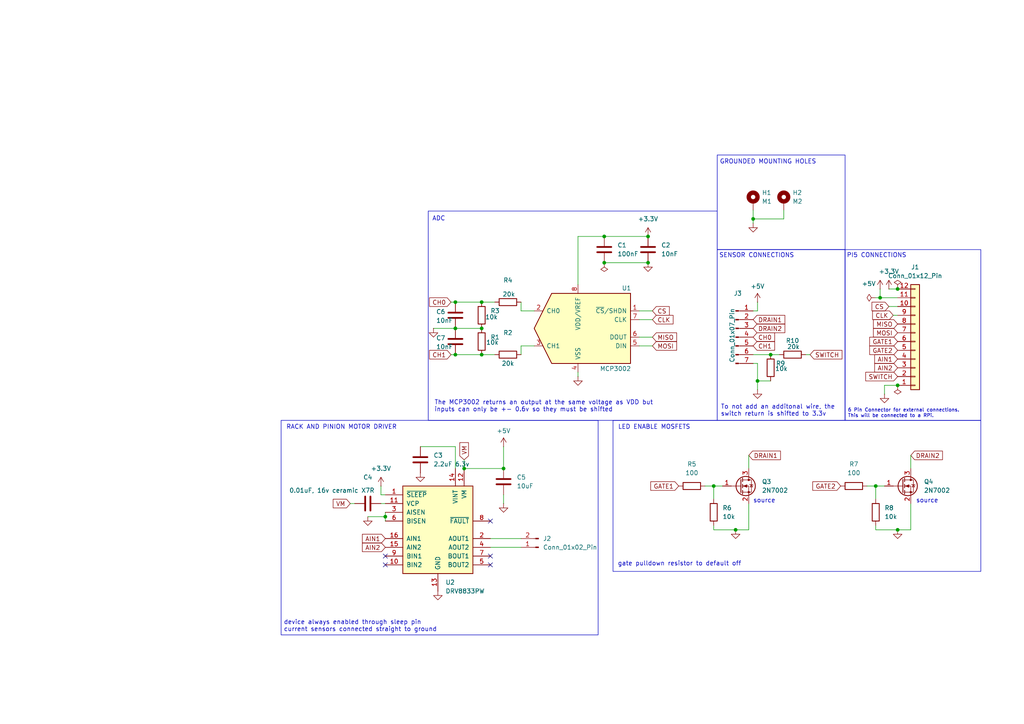
<source format=kicad_sch>
(kicad_sch (version 20250114) (generator "eeschema") (generator_version "9.99")
  (paper "A4")
  (lib_symbols
    (symbol "Analog_ADC:MCP3002" (pin_names (offset 1.016))
      (property "Reference" "U" (at -6.35 11.43 0))
      (property "Value" "MCP3002" (at 11.43 11.43 0))
      (symbol "MCP3002_0_1"
        (polyline (pts (xy 15.24 10.16) (xy -7.62 10.16) (xy -12.7 0) (xy -7.62 -10.16) (xy 15.24 -10.16) (xy 15.24 10.16)) (stroke (width 0.254)) (fill (type background)))
      )
      (symbol "MCP3002_1_1"
        (pin passive line (at -12.7 5.08 0) (length 2.54) (name "CH0") (number "2"))
        (pin passive line (at -12.7 -5.08 0) (length 2.54) (name "CH1") (number "3"))
        (pin power_in line (at 0 12.7 270) (length 2.54) (name "VDD/VREF") (number "8"))
        (pin power_in line (at 0 -12.7 90) (length 2.54) (name "VSS") (number "4"))
        (pin input line (at 17.78 5.08 180) (length 2.54) (name "~{CS}/SHDN") (number "1"))
        (pin input line (at 17.78 2.54 180) (length 2.54) (name "CLK") (number "7"))
        (pin output line (at 17.78 -2.54 180) (length 2.54) (name "DOUT") (number "6"))
        (pin input line (at 17.78 -5.08 180) (length 2.54) (name "DIN") (number "5"))
      )
    )
    (symbol "Connector:Conn_01x02_Pin" (pin_names (offset 1.016) (hide yes))
      (property "Reference" "J" (at 0 2.54 0))
      (property "Value" "Conn_01x02_Pin" (at 0 -5.08 0))
      (symbol "Conn_01x02_Pin_1_1"
        (rectangle (start 0.8636 0.127) (end 0 -0.127) (stroke (width 0.1524)) (fill (type outline)))
        (rectangle (start 0.8636 -2.413) (end 0 -2.667) (stroke (width 0.1524)) (fill (type outline)))
        (polyline (pts (xy 1.27 0) (xy 0.8636 0)) (stroke (width 0.1524)))
        (polyline (pts (xy 1.27 -2.54) (xy 0.8636 -2.54)) (stroke (width 0.1524)))
        (pin passive line (at 5.08 0 180) (length 3.81) (name "Pin_1") (number "1"))
        (pin passive line (at 5.08 -2.54 180) (length 3.81) (name "Pin_2") (number "2"))
      )
    )
    (symbol "Connector:Conn_01x07_Pin" (pin_names (offset 1.016) (hide yes))
      (property "Reference" "J" (at 0 10.16 0))
      (property "Value" "Conn_01x07_Pin" (at 0 -10.16 0))
      (symbol "Conn_01x07_Pin_1_1"
        (rectangle (start 0.8636 7.747) (end 0 7.493) (stroke (width 0.1524)) (fill (type outline)))
        (rectangle (start 0.8636 5.207) (end 0 4.953) (stroke (width 0.1524)) (fill (type outline)))
        (rectangle (start 0.8636 2.667) (end 0 2.413) (stroke (width 0.1524)) (fill (type outline)))
        (rectangle (start 0.8636 0.127) (end 0 -0.127) (stroke (width 0.1524)) (fill (type outline)))
        (rectangle (start 0.8636 -2.413) (end 0 -2.667) (stroke (width 0.1524)) (fill (type outline)))
        (rectangle (start 0.8636 -4.953) (end 0 -5.207) (stroke (width 0.1524)) (fill (type outline)))
        (rectangle (start 0.8636 -7.493) (end 0 -7.747) (stroke (width 0.1524)) (fill (type outline)))
        (polyline (pts (xy 1.27 7.62) (xy 0.8636 7.62)) (stroke (width 0.1524)))
        (polyline (pts (xy 1.27 5.08) (xy 0.8636 5.08)) (stroke (width 0.1524)))
        (polyline (pts (xy 1.27 2.54) (xy 0.8636 2.54)) (stroke (width 0.1524)))
        (polyline (pts (xy 1.27 0) (xy 0.8636 0)) (stroke (width 0.1524)))
        (polyline (pts (xy 1.27 -2.54) (xy 0.8636 -2.54)) (stroke (width 0.1524)))
        (polyline (pts (xy 1.27 -5.08) (xy 0.8636 -5.08)) (stroke (width 0.1524)))
        (polyline (pts (xy 1.27 -7.62) (xy 0.8636 -7.62)) (stroke (width 0.1524)))
        (pin passive line (at 5.08 7.62 180) (length 3.81) (name "Pin_1") (number "1"))
        (pin passive line (at 5.08 5.08 180) (length 3.81) (name "Pin_2") (number "2"))
        (pin passive line (at 5.08 2.54 180) (length 3.81) (name "Pin_3") (number "3"))
        (pin passive line (at 5.08 0 180) (length 3.81) (name "Pin_4") (number "4"))
        (pin passive line (at 5.08 -2.54 180) (length 3.81) (name "Pin_5") (number "5"))
        (pin passive line (at 5.08 -5.08 180) (length 3.81) (name "Pin_6") (number "6"))
        (pin passive line (at 5.08 -7.62 180) (length 3.81) (name "Pin_7") (number "7"))
      )
    )
    (symbol "Connector_Generic:Conn_01x12" (pin_names (offset 1.016) (hide yes))
      (property "Reference" "J" (at 0 15.24 0))
      (property "Value" "Conn_01x12" (at 0 -17.78 0))
      (symbol "Conn_01x12_1_1"
        (rectangle (start -1.27 13.97) (end 1.27 -16.51) (stroke (width 0.254)) (fill (type background)))
        (rectangle (start -1.27 12.827) (end 0 12.573) (stroke (width 0.1524)))
        (rectangle (start -1.27 10.287) (end 0 10.033) (stroke (width 0.1524)))
        (rectangle (start -1.27 7.747) (end 0 7.493) (stroke (width 0.1524)))
        (rectangle (start -1.27 5.207) (end 0 4.953) (stroke (width 0.1524)))
        (rectangle (start -1.27 2.667) (end 0 2.413) (stroke (width 0.1524)))
        (rectangle (start -1.27 0.127) (end 0 -0.127) (stroke (width 0.1524)))
        (rectangle (start -1.27 -2.413) (end 0 -2.667) (stroke (width 0.1524)))
        (rectangle (start -1.27 -4.953) (end 0 -5.207) (stroke (width 0.1524)))
        (rectangle (start -1.27 -7.493) (end 0 -7.747) (stroke (width 0.1524)))
        (rectangle (start -1.27 -10.033) (end 0 -10.287) (stroke (width 0.1524)))
        (rectangle (start -1.27 -12.573) (end 0 -12.827) (stroke (width 0.1524)))
        (rectangle (start -1.27 -15.113) (end 0 -15.367) (stroke (width 0.1524)))
        (pin passive line (at -5.08 12.7 0) (length 3.81) (name "Pin_1") (number "1"))
        (pin passive line (at -5.08 10.16 0) (length 3.81) (name "Pin_2") (number "2"))
        (pin passive line (at -5.08 7.62 0) (length 3.81) (name "Pin_3") (number "3"))
        (pin passive line (at -5.08 5.08 0) (length 3.81) (name "Pin_4") (number "4"))
        (pin passive line (at -5.08 2.54 0) (length 3.81) (name "Pin_5") (number "5"))
        (pin passive line (at -5.08 0 0) (length 3.81) (name "Pin_6") (number "6"))
        (pin passive line (at -5.08 -2.54 0) (length 3.81) (name "Pin_7") (number "7"))
        (pin passive line (at -5.08 -5.08 0) (length 3.81) (name "Pin_8") (number "8"))
        (pin passive line (at -5.08 -7.62 0) (length 3.81) (name "Pin_9") (number "9"))
        (pin passive line (at -5.08 -10.16 0) (length 3.81) (name "Pin_10") (number "10"))
        (pin passive line (at -5.08 -12.7 0) (length 3.81) (name "Pin_11") (number "11"))
        (pin passive line (at -5.08 -15.24 0) (length 3.81) (name "Pin_12") (number "12"))
      )
    )
    (symbol "Device:C" (pin_numbers (hide yes)) (pin_names (offset 0.254))
      (property "Reference" "C" (at 0.635 2.54 0))
      (property "Value" "C" (at 0.635 -2.54 0))
      (symbol "C_0_1"
        (polyline (pts (xy -2.032 0.762) (xy 2.032 0.762)) (stroke (width 0.508)))
        (polyline (pts (xy -2.032 -0.762) (xy 2.032 -0.762)) (stroke (width 0.508)))
      )
      (symbol "C_1_1"
        (pin passive line (at 0 3.81 270) (length 2.794) (name "~") (number "1"))
        (pin passive line (at 0 -3.81 90) (length 2.794) (name "~") (number "2"))
      )
    )
    (symbol "Device:R" (pin_numbers (hide yes)) (pin_names (offset 0))
      (property "Reference" "R" (at 2.032 0 90))
      (property "Value" "R" (at 0 0 90))
      (symbol "R_0_1"
        (rectangle (start -1.016 -2.54) (end 1.016 2.54) (stroke (width 0.254)))
      )
      (symbol "R_1_1"
        (pin passive line (at 0 3.81 270) (length 1.27) (name "~") (number "1"))
        (pin passive line (at 0 -3.81 90) (length 1.27) (name "~") (number "2"))
      )
    )
    (symbol "Driver_Motor:DRV8833PW" (pin_names (offset 1.016))
      (property "Reference" "U" (at -3.81 16.51 0))
      (property "Value" "DRV8833PW" (at -3.81 13.97 0))
      (symbol "DRV8833PW_0_1"
        (rectangle (start -10.16 12.7) (end 10.16 -12.7) (stroke (width 0.254)) (fill (type background)))
      )
      (symbol "DRV8833PW_1_1"
        (pin input line (at -15.24 10.16 0) (length 5.08) (name "~{SLEEP}") (number "1"))
        (pin bidirectional line (at -15.24 7.62 0) (length 5.08) (name "VCP") (number "11"))
        (pin bidirectional line (at -15.24 5.08 0) (length 5.08) (name "AISEN") (number "3"))
        (pin bidirectional line (at -15.24 2.54 0) (length 5.08) (name "BISEN") (number "6"))
        (pin input line (at -15.24 -2.54 0) (length 5.08) (name "AIN1") (number "16"))
        (pin input line (at -15.24 -5.08 0) (length 5.08) (name "AIN2") (number "15"))
        (pin input line (at -15.24 -7.62 0) (length 5.08) (name "BIN1") (number "9"))
        (pin input line (at -15.24 -10.16 0) (length 5.08) (name "BIN2") (number "10"))
        (pin power_in line (at 0 -17.78 90) (length 5.08) (name "GND") (number "13"))
        (pin power_in line (at 5.08 17.78 270) (length 5.08) (name "VINT") (number "14"))
        (pin power_in line (at 7.62 17.78 270) (length 5.08) (name "VM") (number "12"))
        (pin open_collector line (at 15.24 2.54 180) (length 5.08) (name "~{FAULT}") (number "8"))
        (pin power_out line (at 15.24 -2.54 180) (length 5.08) (name "AOUT1") (number "2"))
        (pin power_out line (at 15.24 -5.08 180) (length 5.08) (name "AOUT2") (number "4"))
        (pin power_out line (at 15.24 -7.62 180) (length 5.08) (name "BOUT1") (number "7"))
        (pin power_out line (at 15.24 -10.16 180) (length 5.08) (name "BOUT2") (number "5"))
      )
    )
    (symbol "Mechanical:MountingHole_Pad" (pin_numbers (hide yes)) (pin_names (offset 1.016) (hide yes)) (exclude_from_sim yes) (in_bom no)
      (property "Reference" "H" (at 0 6.35 0))
      (property "Value" "MountingHole_Pad" (at 0 4.445 0))
      (symbol "MountingHole_Pad_0_1"
        (circle (center 0 1.27) (radius 1.27) (stroke (width 1.27)))
      )
      (symbol "MountingHole_Pad_1_1"
        (pin input line (at 0 -2.54 90) (length 2.54) (name "1") (number "1"))
      )
    )
    (symbol "Transistor_FET:2N7002" (pin_names (hide yes))
      (property "Reference" "Q" (at 5.08 1.905 0))
      (property "Value" "2N7002" (at 5.08 0 0))
      (symbol "2N7002_0_1"
        (polyline (pts (xy 0.254 1.905) (xy 0.254 -1.905)) (stroke (width 0.254)))
        (polyline (pts (xy 0.254 0) (xy -2.54 0)))
        (polyline (pts (xy 0.762 2.286) (xy 0.762 1.27)) (stroke (width 0.254)))
        (polyline (pts (xy 0.762 0.508) (xy 0.762 -0.508)) (stroke (width 0.254)))
        (polyline (pts (xy 0.762 -1.27) (xy 0.762 -2.286)) (stroke (width 0.254)))
        (polyline (pts (xy 0.762 -1.778) (xy 3.302 -1.778) (xy 3.302 1.778) (xy 0.762 1.778)))
        (polyline (pts (xy 1.016 0) (xy 2.032 0.381) (xy 2.032 -0.381) (xy 1.016 0)) (fill (type outline)))
        (circle (center 1.651 0) (radius 2.794) (stroke (width 0.254)))
        (polyline (pts (xy 2.54 2.54) (xy 2.54 1.778)))
        (circle (center 2.54 1.778) (radius 0.254) (fill (type outline)))
        (circle (center 2.54 -1.778) (radius 0.254) (fill (type outline)))
        (polyline (pts (xy 2.54 -2.54) (xy 2.54 0) (xy 0.762 0)))
        (polyline (pts (xy 2.794 0.508) (xy 2.921 0.381) (xy 3.683 0.381) (xy 3.81 0.254)))
        (polyline (pts (xy 3.302 0.381) (xy 2.921 -0.254) (xy 3.683 -0.254) (xy 3.302 0.381)))
      )
      (symbol "2N7002_1_1"
        (pin input line (at -5.08 0 0) (length 2.54) (name "G") (number "1"))
        (pin passive line (at 2.54 5.08 270) (length 2.54) (name "D") (number "3"))
        (pin passive line (at 2.54 -5.08 90) (length 2.54) (name "S") (number "2"))
      )
    )
    (symbol "power:+3.3V" (power) (pin_numbers (hide yes)) (pin_names (offset 0) (hide yes))
      (property "Value" "+3.3V" (at 0 3.556 0))
      (symbol "+3.3V_0_1"
        (polyline (pts (xy -0.762 1.27) (xy 0 2.54)))
        (polyline (pts (xy 0 2.54) (xy 0.762 1.27)))
        (polyline (pts (xy 0 0) (xy 0 2.54)))
      )
      (symbol "+3.3V_1_1"
        (pin power_in line (at 0 0 90) (length 0) (name "~") (number "1"))
      )
    )
    (symbol "power:GND" (power) (pin_numbers (hide yes)) (pin_names (offset 0) (hide yes))
      (property "Value" "GND" (at 0 -3.81 0))
      (symbol "GND_0_1"
        (polyline (pts (xy 0 0) (xy 0 -1.27) (xy 1.27 -1.27) (xy 0 -2.54) (xy -1.27 -1.27) (xy 0 -1.27)))
      )
      (symbol "GND_1_1"
        (pin power_in line (at 0 0 270) (length 0) (name "~") (number "1"))
      )
    )
    (symbol "power:PWR_FLAG" (power) (pin_numbers (hide yes)) (pin_names (offset 0) (hide yes))
      (property "Value" "PWR_FLAG" (at 0 3.81 0))
      (symbol "PWR_FLAG_0_0"
        (pin power_out line (at 0 0 90) (length 0) (name "~") (number "1"))
      )
      (symbol "PWR_FLAG_0_1"
        (polyline (pts (xy 0 0) (xy 0 1.27) (xy -1.016 1.905) (xy 0 2.54) (xy 1.016 1.905) (xy 0 1.27)))
      )
    )
  )
  (rectangle (start 245.11 72.39) (end 284.48 121.92))
  (rectangle (start 177.8 121.92) (end 284.48 165.735))
  (rectangle (start 124.206 61.214) (end 208.026 121.92))
  (rectangle (start 208.026 72.39) (end 245.11 121.92))
  (rectangle (start 208.026 44.958) (end 245.11 72.39))
  (rectangle (start 81.534 121.92) (end 173.482 184.15))
  (text "PI5 CONNECTIONS\n\n" (at 254.254 75.184 0) (effects (font (size 1.27 1.27))))
  (text "gate pulldown resistor to default off\n\n" (at 197.104 164.592 0) (effects (font (size 1.27 1.27))))
  (text "device always enabled through sleep pin\ncurrent sensors connected straight to ground\n" (at 82.296 181.61 0) (effects (font (size 1.27 1.27)) (justify left)))
  (text "source\n" (at 218.44 145.288 0) (effects (font (size 1.27 1.27)) (justify left)))
  (text "To not add an additonal wire, the \nswitch return is shifted to 3.3v" (at 209.042 119.126 0) (effects (font (size 1.27 1.27)) (justify left)))
  (text "SENSOR CONNECTIONS\n" (at 219.456 74.168 0) (effects (font (size 1.27 1.27))))
  (text "ADC" (at 127.254 63.5 0) (effects (font (size 1.27 1.27))))
  (text "source\n" (at 265.684 145.288 0) (effects (font (size 1.27 1.27)) (justify left)))
  (text "RACK AND PINION MOTOR DRIVER\n" (at 99.06 123.952 0) (effects (font (size 1.27 1.27))))
  (text "6 Pin Connector for external connections. \nThis will be connected to a RPi." (at 245.872 119.888 0) (effects (font (size 1 1)) (justify left)))
  (text "GROUNDED MOUNTING HOLES\n" (at 222.758 46.99 0) (effects (font (size 1.27 1.27))))
  (text "The MCP3002 returns an output at the same voltage as VDD but \ninputs can only be +- 0.6v so they must be shifted" (at 125.984 117.856 0) (effects (font (size 1.27 1.27)) (justify left)))
  (text "LED ENABLE MOSFETS\n" (at 189.738 123.952 0) (effects (font (size 1.27 1.27))))
  (junction (at 255.27 86.36))
  (junction (at 132.08 95.25))
  (junction (at 218.44 63.5))
  (junction (at 175.26 68.58))
  (junction (at 260.35 153.67))
  (junction (at 111.76 149.86))
  (junction (at 207.01 140.97))
  (junction (at 132.08 87.63))
  (junction (at 260.35 83.82))
  (junction (at 187.96 68.58))
  (junction (at 219.71 110.49))
  (junction (at 223.52 102.87))
  (junction (at 132.08 102.87))
  (junction (at 139.7 102.87))
  (junction (at 139.7 95.25))
  (junction (at 139.7 87.63))
  (junction (at 213.36 153.67))
  (junction (at 134.62 135.89))
  (junction (at 146.05 135.89))
  (junction (at 187.96 76.2))
  (junction (at 175.26 76.2))
  (junction (at 260.35 111.76))
  (junction (at 254 140.97))
  (no_connect (at 142.24 163.83))
  (no_connect (at 111.76 163.83))
  (no_connect (at 111.76 161.29))
  (no_connect (at 142.24 161.29))
  (no_connect (at 142.24 151.13))
  (wire (pts (xy 227.33 60.96) (xy 227.33 63.5)))
  (wire (pts (xy 167.64 68.58) (xy 167.64 82.55)))
  (wire (pts (xy 151.13 102.87) (xy 151.13 100.33)))
  (wire (pts (xy 219.71 110.49) (xy 219.71 113.03)))
  (wire (pts (xy 233.68 102.87) (xy 234.95 102.87)))
  (wire (pts (xy 207.01 152.4) (xy 207.01 153.67)))
  (wire (pts (xy 256.54 111.76) (xy 260.35 111.76)))
  (wire (pts (xy 255.27 83.82) (xy 255.27 86.36)))
  (wire (pts (xy 251.46 140.97) (xy 254 140.97)))
  (wire (pts (xy 219.71 110.49) (xy 223.52 110.49)))
  (wire (pts (xy 213.36 153.67) (xy 217.17 153.67)))
  (wire (pts (xy 218.44 105.41) (xy 219.71 105.41)))
  (wire (pts (xy 185.42 97.79) (xy 189.23 97.79)))
  (wire (pts (xy 217.17 132.08) (xy 217.17 135.89)))
  (wire (pts (xy 151.13 90.17) (xy 154.94 90.17)))
  (wire (pts (xy 146.05 143.51) (xy 146.05 146.05)))
  (wire (pts (xy 175.26 68.58) (xy 187.96 68.58)))
  (wire (pts (xy 207.01 140.97) (xy 209.55 140.97)))
  (wire (pts (xy 106.68 149.86) (xy 111.76 149.86)))
  (wire (pts (xy 134.62 133.35) (xy 134.62 135.89)))
  (wire (pts (xy 142.24 156.21) (xy 151.13 156.21)))
  (wire (pts (xy 139.7 87.63) (xy 143.51 87.63)))
  (wire (pts (xy 227.33 63.5) (xy 218.44 63.5)))
  (wire (pts (xy 167.64 68.58) (xy 175.26 68.58)))
  (wire (pts (xy 260.35 153.67) (xy 264.16 153.67)))
  (wire (pts (xy 218.44 90.17) (xy 219.71 90.17)))
  (wire (pts (xy 167.64 107.95) (xy 167.64 109.22)))
  (wire (pts (xy 254 152.4) (xy 254 153.67)))
  (wire (pts (xy 134.62 135.89) (xy 146.05 135.89)))
  (wire (pts (xy 185.42 90.17) (xy 189.23 90.17)))
  (wire (pts (xy 139.7 102.87) (xy 143.51 102.87)))
  (wire (pts (xy 125.73 95.25) (xy 132.08 95.25)))
  (wire (pts (xy 132.08 129.54) (xy 132.08 135.89)))
  (wire (pts (xy 185.42 100.33) (xy 189.23 100.33)))
  (wire (pts (xy 111.76 149.86) (xy 111.76 151.13)))
  (wire (pts (xy 254 86.36) (xy 255.27 86.36)))
  (wire (pts (xy 175.26 76.2) (xy 187.96 76.2)))
  (wire (pts (xy 132.08 102.87) (xy 139.7 102.87)))
  (wire (pts (xy 218.44 60.96) (xy 218.44 63.5)))
  (wire (pts (xy 132.08 95.25) (xy 139.7 95.25)))
  (wire (pts (xy 146.05 129.54) (xy 146.05 135.89)))
  (wire (pts (xy 218.44 63.5) (xy 218.44 64.77)))
  (wire (pts (xy 257.81 88.9) (xy 260.35 88.9)))
  (wire (pts (xy 151.13 87.63) (xy 151.13 90.17)))
  (wire (pts (xy 259.08 91.44) (xy 260.35 91.44)))
  (wire (pts (xy 111.76 148.59) (xy 111.76 149.86)))
  (wire (pts (xy 110.49 140.97) (xy 110.49 143.51)))
  (wire (pts (xy 110.49 146.05) (xy 111.76 146.05)))
  (wire (pts (xy 142.24 158.75) (xy 151.13 158.75)))
  (wire (pts (xy 101.6 146.05) (xy 102.87 146.05)))
  (wire (pts (xy 204.47 140.97) (xy 207.01 140.97)))
  (wire (pts (xy 254 140.97) (xy 254 144.78)))
  (wire (pts (xy 185.42 92.71) (xy 189.23 92.71)))
  (wire (pts (xy 223.52 102.87) (xy 226.06 102.87)))
  (wire (pts (xy 151.13 100.33) (xy 154.94 100.33)))
  (wire (pts (xy 207.01 153.67) (xy 213.36 153.67)))
  (wire (pts (xy 219.71 105.41) (xy 219.71 110.49)))
  (wire (pts (xy 132.08 87.63) (xy 139.7 87.63)))
  (wire (pts (xy 264.16 146.05) (xy 264.16 153.67)))
  (wire (pts (xy 256.54 111.76) (xy 256.54 114.3)))
  (wire (pts (xy 217.17 146.05) (xy 217.17 153.67)))
  (wire (pts (xy 121.92 129.54) (xy 132.08 129.54)))
  (wire (pts (xy 257.81 83.82) (xy 260.35 83.82)))
  (wire (pts (xy 111.76 143.51) (xy 110.49 143.51)))
  (wire (pts (xy 130.81 102.87) (xy 132.08 102.87)))
  (wire (pts (xy 219.71 87.63) (xy 219.71 90.17)))
  (wire (pts (xy 207.01 140.97) (xy 207.01 144.78)))
  (wire (pts (xy 254 140.97) (xy 256.54 140.97)))
  (wire (pts (xy 254 153.67) (xy 260.35 153.67)))
  (wire (pts (xy 264.16 132.08) (xy 264.16 135.89)))
  (wire (pts (xy 218.44 102.87) (xy 223.52 102.87)))
  (wire (pts (xy 260.35 86.36) (xy 255.27 86.36)))
  (wire (pts (xy 130.81 87.63) (xy 132.08 87.63)))
  (global_label "CS" (shape input) (at 257.81 88.9 180) (property "Intersheetrefs" "${INTERSHEET_REFS}" (hide yes)))
  (global_label "CH0" (shape input) (at 130.81 87.63 180) (property "Intersheetrefs" "${INTERSHEET_REFS}" (hide yes)))
  (global_label "AIN2" (shape input) (at 260.35 106.68 180) (property "Intersheetrefs" "${INTERSHEET_REFS}" (hide yes)))
  (global_label "CH1" (shape input) (at 130.81 102.87 180) (property "Intersheetrefs" "${INTERSHEET_REFS}" (hide yes)))
  (global_label "AIN1" (shape input) (at 260.35 104.14 180) (property "Intersheetrefs" "${INTERSHEET_REFS}" (hide yes)))
  (global_label "CLK" (shape input) (at 189.23 92.71 0) (property "Intersheetrefs" "${INTERSHEET_REFS}" (hide yes)))
  (global_label "AIN1" (shape input) (at 111.76 156.21 180) (property "Intersheetrefs" "${INTERSHEET_REFS}" (hide yes)))
  (global_label "VM" (shape input) (at 134.62 133.35 90) (property "Intersheetrefs" "${INTERSHEET_REFS}" (hide yes)))
  (global_label "VM" (shape input) (at 101.6 146.05 180) (property "Intersheetrefs" "${INTERSHEET_REFS}" (hide yes)))
  (global_label "CH0" (shape input) (at 218.44 97.79 0) (property "Intersheetrefs" "${INTERSHEET_REFS}" (hide yes)))
  (global_label "MISO" (shape input) (at 260.35 93.98 180) (property "Intersheetrefs" "${INTERSHEET_REFS}" (hide yes)))
  (global_label "MISO" (shape input) (at 189.23 97.79 0) (property "Intersheetrefs" "${INTERSHEET_REFS}" (hide yes)))
  (global_label "SWITCH" (shape input) (at 234.95 102.87 0) (property "Intersheetrefs" "${INTERSHEET_REFS}" (hide yes)))
  (global_label "AIN2" (shape input) (at 111.76 158.75 180) (property "Intersheetrefs" "${INTERSHEET_REFS}" (hide yes)))
  (global_label "MOSI" (shape input) (at 189.23 100.33 0) (property "Intersheetrefs" "${INTERSHEET_REFS}" (hide yes)))
  (global_label "MOSI" (shape input) (at 260.35 96.52 180) (property "Intersheetrefs" "${INTERSHEET_REFS}" (hide yes)))
  (global_label "DRAIN2" (shape input) (at 264.16 132.08 0) (property "Intersheetrefs" "${INTERSHEET_REFS}" (hide yes)))
  (global_label "DRAIN2" (shape input) (at 218.44 95.25 0) (property "Intersheetrefs" "${INTERSHEET_REFS}" (hide yes)))
  (global_label "CLK" (shape input) (at 259.08 91.44 180) (property "Intersheetrefs" "${INTERSHEET_REFS}" (hide yes)))
  (global_label "SWITCH" (shape input) (at 260.35 109.22 180) (property "Intersheetrefs" "${INTERSHEET_REFS}" (hide yes)))
  (global_label "GATE2" (shape input) (at 243.84 140.97 180) (property "Intersheetrefs" "${INTERSHEET_REFS}" (hide yes)))
  (global_label "GATE1" (shape input) (at 196.85 140.97 180) (property "Intersheetrefs" "${INTERSHEET_REFS}" (hide yes)))
  (global_label "DRAIN1" (shape input) (at 218.44 92.71 0) (property "Intersheetrefs" "${INTERSHEET_REFS}" (hide yes)))
  (global_label "GATE1" (shape input) (at 260.35 99.06 180) (property "Intersheetrefs" "${INTERSHEET_REFS}" (hide yes)))
  (global_label "CS" (shape input) (at 189.23 90.17 0) (property "Intersheetrefs" "${INTERSHEET_REFS}" (hide yes)))
  (global_label "CH1" (shape input) (at 218.44 100.33 0) (property "Intersheetrefs" "${INTERSHEET_REFS}" (hide yes)))
  (global_label "GATE2" (shape input) (at 260.35 101.6 180) (property "Intersheetrefs" "${INTERSHEET_REFS}" (hide yes)))
  (global_label "DRAIN1" (shape input) (at 217.17 132.08 0) (property "Intersheetrefs" "${INTERSHEET_REFS}" (hide yes)))
  (symbol (lib_id "Device:R") (at 223.52 106.68 0) (unit 1)
    (property "Reference" "R9" (at 225.044 105.41 0) (effects (justify left)))
    (property "Value" "10k" (at 224.79 106.934 0) (effects (justify left)))
    (property "Footprint" "Resistor_SMD:R_0805_2012Metric_Pad1.20x1.40mm_HandSolder" (hide yes))
    (property "Description" "Resistor" (hide yes))
  )
  (symbol (lib_id "Mechanical:MountingHole_Pad") (at 218.44 58.42 0) (unit 1) (exclude_from_sim yes) (in_bom no)
    (property "Reference" "H1" (at 220.98 55.8799 0) (effects (justify left)))
    (property "Value" "M1" (at 220.98 58.4199 0) (effects (justify left)))
    (property "Footprint" "MountingHole:MountingHole_2.2mm_M2_Pad_Via" (hide yes))
    (property "Description" "Mounting Hole with connection" (hide yes))
  )
  (symbol (lib_id "power:+3.3V") (at 257.81 83.82 0) (unit 1)
    (property "Reference" "#PWR06" (hide yes))
    (property "Value" "+3.3V" (at 257.81 78.74 0))
    (property "Description" "Power symbol creates a global label with name \"+3.3V\"" (hide yes))
  )
  (symbol (lib_id "Device:C") (at 187.96 72.39 0) (unit 1)
    (property "Reference" "C2" (at 191.77 71.1199 0) (effects (justify left)))
    (property "Value" "10nF" (at 191.77 73.6599 0) (effects (justify left)))
    (property "Footprint" "Capacitor_SMD:C_0805_2012Metric_Pad1.18x1.45mm_HandSolder" (hide yes))
    (property "Description" "Unpolarized capacitor" (hide yes))
  )
  (symbol (lib_id "power:GND") (at 187.96 76.2 0) (unit 1)
    (property "Reference" "#PWR01" (hide yes))
    (property "Value" "GND" (hide yes))
    (property "Description" "Power symbol creates a global label with name \"GND\" , ground" (hide yes))
  )
  (symbol (lib_id "power:+3.3V") (at 255.27 83.82 0) (unit 1)
    (property "Reference" "#PWR02" (hide yes))
    (property "Value" "+5V" (at 249.936 82.296 0) (effects (justify left)))
    (property "Description" "Power symbol creates a global label with name \"+3.3V\"" (hide yes))
  )
  (symbol (lib_id "Device:R") (at 229.87 102.87 90) (unit 1)
    (property "Reference" "R10" (at 229.87 98.806 90))
    (property "Value" "20k" (at 230.124 100.584 90))
    (property "Footprint" "Resistor_SMD:R_0805_2012Metric_Pad1.20x1.40mm_HandSolder" (hide yes))
    (property "Description" "Resistor" (hide yes))
  )
  (symbol (lib_id "Driver_Motor:DRV8833PW") (at 127 153.67 0) (unit 1)
    (property "Reference" "U2" (at 129.1941 168.91 0) (effects (justify left)))
    (property "Value" "DRV8833PW" (at 129.1941 171.45 0) (effects (justify left)))
    (property "Footprint" "Package_SO:TSSOP-16-1EP_4.4x5mm_P0.65mm_EP3x3mm_ThermalVias" (hide yes))
    (property "Datasheet" "http://www.ti.com/lit/ds/symlink/drv8833.pdf" (hide yes))
    (property "Description" "Dual H-Bridge Motor Driver, TSSOP-16" (hide yes))
  )
  (symbol (lib_id "Device:R") (at 254 148.59 180) (unit 1)
    (property "Reference" "R8" (at 256.54 147.3199 0) (effects (justify right)))
    (property "Value" "10k" (at 256.54 149.8599 0) (effects (justify right)))
    (property "Footprint" "Resistor_SMD:R_0805_2012Metric_Pad1.20x1.40mm_HandSolder" (hide yes))
    (property "Description" "Resistor" (hide yes))
  )
  (symbol (lib_id "power:+3.3V") (at 146.05 129.54 0) (unit 1)
    (property "Reference" "#PWR014" (hide yes))
    (property "Value" "+5V" (at 144.018 124.968 0) (effects (justify left)))
    (property "Description" "Power symbol creates a global label with name \"+3.3V\"" (hide yes))
  )
  (symbol (lib_id "Analog_ADC:MCP3002") (at 167.64 95.25 0) (unit 1)
    (property "Reference" "U1" (at 180.34 83.566 0) (effects (justify left)))
    (property "Value" "MCP3002" (at 173.99 106.934 0) (effects (justify left)))
    (property "Footprint" "Package_DIP:DIP-8_W7.62mm" (hide yes))
    (property "Datasheet" "http://ww1.microchip.com/downloads/en/DeviceDoc/21294E.pdf" (hide yes))
    (property "Description" "Dual Channel 10-Bit A/D Converter with SPI Serial Interface" (hide yes))
  )
  (symbol (lib_id "Device:R") (at 139.7 91.44 0) (unit 1)
    (property "Reference" "R3" (at 142.24 90.1699 0) (effects (justify left)))
    (property "Value" "10k" (at 140.716 91.948 0) (effects (justify left)))
    (property "Footprint" "Resistor_SMD:R_0805_2012Metric_Pad1.20x1.40mm_HandSolder" (hide yes))
    (property "Description" "Resistor" (hide yes))
  )
  (symbol (lib_id "power:PWR_FLAG") (at 254 86.36 90) (unit 1)
    (property "Reference" "#FLG01" (hide yes))
    (property "Value" "PWR_FLAG" (hide yes))
    (property "Description" "Special symbol for telling ERC where power comes from" (hide yes))
  )
  (symbol (lib_id "power:GND") (at 219.71 113.03 0) (unit 1)
    (property "Reference" "#PWR015" (hide yes))
    (property "Value" "GND" (hide yes))
    (property "Description" "Power symbol creates a global label with name \"GND\" , ground" (hide yes))
  )
  (symbol (lib_id "Transistor_FET:2N7002") (at 214.63 140.97 0) (unit 1)
    (property "Reference" "Q3" (at 220.98 139.6999 0) (effects (justify left)))
    (property "Value" "2N7002" (at 220.98 142.2399 0) (effects (justify left)))
    (property "Footprint" "Package_TO_SOT_SMD:SOT-23_Handsoldering" (hide yes))
    (property "Datasheet" "https://www.onsemi.com/pub/Collateral/NDS7002A-D.PDF" (hide yes))
    (property "Description" "0.115A Id, 60V Vds, N-Channel MOSFET, SOT-23" (hide yes))
  )
  (symbol (lib_id "Device:C") (at 175.26 72.39 0) (unit 1)
    (property "Reference" "C1" (at 179.07 71.1199 0) (effects (justify left)))
    (property "Value" "100nF" (at 179.07 73.6599 0) (effects (justify left)))
    (property "Footprint" "Capacitor_SMD:C_0805_2012Metric_Pad1.18x1.45mm_HandSolder" (hide yes))
    (property "Description" "Unpolarized capacitor" (hide yes))
  )
  (symbol (lib_id "power:GND") (at 106.68 149.86 0) (unit 1)
    (property "Reference" "#PWR018" (hide yes))
    (property "Value" "GND" (hide yes))
    (property "Description" "Power symbol creates a global label with name \"GND\" , ground" (hide yes))
  )
  (symbol (lib_id "Device:C") (at 121.92 133.35 0) (unit 1)
    (property "Reference" "C3" (at 125.73 132.0799 0) (effects (justify left)))
    (property "Value" "2.2uF 6.3v" (at 125.73 134.6199 0) (effects (justify left)))
    (property "Footprint" "Capacitor_SMD:C_0805_2012Metric_Pad1.18x1.45mm_HandSolder" (hide yes))
    (property "Description" "Unpolarized capacitor" (hide yes))
  )
  (symbol (lib_id "Device:C") (at 132.08 91.44 0) (unit 1)
    (property "Reference" "C6" (at 126.492 90.424 0) (effects (justify left)))
    (property "Value" "10nF" (at 126.492 92.964 0) (effects (justify left)))
    (property "Footprint" "Capacitor_SMD:C_0805_2012Metric_Pad1.18x1.45mm_HandSolder" (hide yes))
    (property "Description" "Unpolarized capacitor" (hide yes))
  )
  (symbol (lib_id "power:GND") (at 125.73 95.25 0) (unit 1)
    (property "Reference" "#PWR019" (hide yes))
    (property "Value" "GND" (hide yes))
    (property "Description" "Power symbol creates a global label with name \"GND\" , ground" (hide yes))
  )
  (symbol (lib_id "power:GND") (at 260.35 153.67 0) (unit 1)
    (property "Reference" "#PWR012" (hide yes))
    (property "Value" "GND" (hide yes))
    (property "Description" "Power symbol creates a global label with name \"GND\" , ground" (hide yes))
  )
  (symbol (lib_id "Connector:Conn_01x02_Pin") (at 156.21 158.75 180) (unit 1)
    (property "Reference" "J2" (at 157.48 156.2099 0) (effects (justify right)))
    (property "Value" "Conn_01x02_Pin" (at 157.48 158.7499 0) (effects (justify right)))
    (property "Footprint" "Connector_PinHeader_2.54mm:PinHeader_1x02_P2.54mm_Vertical" (hide yes))
    (property "Description" "Generic connector, single row, 01x02, script generated" (hide yes))
  )
  (symbol (lib_id "Connector_Generic:Conn_01x12") (at 265.43 99.06 0) (mirror x) (unit 1)
    (property "Reference" "J1" (at 265.43 77.47 0))
    (property "Value" "Conn_01x12_Pin" (at 265.43 80.01 0))
    (property "Footprint" "Connector_JST:JST_GH_BM12B-GHS-TBT_1x12-1MP_P1.25mm_Vertical" (hide yes))
    (property "Description" "Generic connector, single row, 01x12, script generated (kicad-library-utils/schlib/autogen/connector/)" (hide yes))
  )
  (symbol (lib_id "power:PWR_FLAG") (at 260.35 111.76 180) (unit 1)
    (property "Reference" "#FLG04" (hide yes))
    (property "Value" "PWR_FLAG" (hide yes))
    (property "Description" "Special symbol for telling ERC where power comes from" (hide yes))
  )
  (symbol (lib_id "Device:R") (at 139.7 99.06 0) (unit 1)
    (property "Reference" "R1" (at 142.24 97.7899 0) (effects (justify left)))
    (property "Value" "10k" (at 140.97 99.314 0) (effects (justify left)))
    (property "Footprint" "Resistor_SMD:R_0805_2012Metric_Pad1.20x1.40mm_HandSolder" (hide yes))
    (property "Description" "Resistor" (hide yes))
  )
  (symbol (lib_id "power:GND") (at 121.92 137.16 0) (unit 1)
    (property "Reference" "#PWR09" (hide yes))
    (property "Value" "GND" (hide yes))
    (property "Description" "Power symbol creates a global label with name \"GND\" , ground" (hide yes))
  )
  (symbol (lib_id "power:PWR_FLAG") (at 260.35 83.82 0) (unit 1)
    (property "Reference" "#FLG03" (hide yes))
    (property "Value" "PWR_FLAG" (hide yes))
    (property "Description" "Special symbol for telling ERC where power comes from" (hide yes))
  )
  (symbol (lib_id "Mechanical:MountingHole_Pad") (at 227.33 58.42 0) (unit 1) (exclude_from_sim yes) (in_bom no)
    (property "Reference" "H2" (at 229.87 55.8799 0) (effects (justify left)))
    (property "Value" "M2" (at 229.87 58.4199 0) (effects (justify left)))
    (property "Footprint" "MountingHole:MountingHole_2.2mm_M2_Pad_Via" (hide yes))
    (property "Description" "Mounting Hole with connection" (hide yes))
  )
  (symbol (lib_id "Connector:Conn_01x07_Pin") (at 213.36 97.79 0) (unit 1)
    (property "Reference" "J3" (at 213.995 85.09 0))
    (property "Value" "Conn_01x07_Pin" (at 212.344 97.282 90))
    (property "Footprint" "Connector_JST:JST_GH_BM07B-GHS-TBT_1x07-1MP_P1.25mm_Vertical" (hide yes))
    (property "Description" "Generic connector, single row, 01x07, script generated" (hide yes))
  )
  (symbol (lib_id "Device:R") (at 247.65 140.97 90) (unit 1)
    (property "Reference" "R7" (at 247.65 134.62 90))
    (property "Value" "100" (at 247.65 137.16 90))
    (property "Footprint" "Resistor_SMD:R_0805_2012Metric_Pad1.20x1.40mm_HandSolder" (hide yes))
    (property "Description" "Resistor" (hide yes))
  )
  (symbol (lib_id "power:+3.3V") (at 110.49 140.97 0) (unit 1)
    (property "Reference" "#PWR07" (hide yes))
    (property "Value" "+3.3V" (at 110.49 135.89 0))
    (property "Description" "Power symbol creates a global label with name \"+3.3V\"" (hide yes))
  )
  (symbol (lib_id "Device:R") (at 207.01 148.59 180) (unit 1)
    (property "Reference" "R6" (at 209.55 147.3199 0) (effects (justify right)))
    (property "Value" "10k" (at 209.55 149.8599 0) (effects (justify right)))
    (property "Footprint" "Resistor_SMD:R_0805_2012Metric_Pad1.20x1.40mm_HandSolder" (hide yes))
    (property "Description" "Resistor" (hide yes))
  )
  (symbol (lib_id "power:GND") (at 146.05 146.05 0) (unit 1)
    (property "Reference" "#PWR013" (hide yes))
    (property "Value" "GND" (hide yes))
    (property "Description" "Power symbol creates a global label with name \"GND\" , ground" (hide yes))
  )
  (symbol (lib_id "Transistor_FET:2N7002") (at 261.62 140.97 0) (unit 1)
    (property "Reference" "Q4" (at 267.97 139.6999 0) (effects (justify left)))
    (property "Value" "2N7002" (at 267.97 142.2399 0) (effects (justify left)))
    (property "Footprint" "Package_TO_SOT_SMD:SOT-23_Handsoldering" (hide yes))
    (property "Datasheet" "https://www.onsemi.com/pub/Collateral/NDS7002A-D.PDF" (hide yes))
    (property "Description" "0.115A Id, 60V Vds, N-Channel MOSFET, SOT-23" (hide yes))
  )
  (symbol (lib_id "Device:C") (at 132.08 99.06 0) (unit 1)
    (property "Reference" "C7" (at 126.492 98.044 0) (effects (justify left)))
    (property "Value" "10nF" (at 126.492 100.584 0) (effects (justify left)))
    (property "Footprint" "Capacitor_SMD:C_0805_2012Metric_Pad1.18x1.45mm_HandSolder" (hide yes))
    (property "Description" "Unpolarized capacitor" (hide yes))
  )
  (symbol (lib_id "power:GND") (at 127 171.45 0) (unit 1)
    (property "Reference" "#PWR021" (hide yes))
    (property "Value" "GND" (hide yes))
    (property "Description" "Power symbol creates a global label with name \"GND\" , ground" (hide yes))
  )
  (symbol (lib_id "power:PWR_FLAG") (at 175.26 76.2 180) (unit 1)
    (property "Reference" "#FLG02" (hide yes))
    (property "Value" "PWR_FLAG" (hide yes))
    (property "Description" "Special symbol for telling ERC where power comes from" (hide yes))
  )
  (symbol (lib_id "power:GND") (at 256.54 114.3 0) (unit 1)
    (property "Reference" "#PWR03" (hide yes))
    (property "Value" "GND" (hide yes))
    (property "Description" "Power symbol creates a global label with name \"GND\" , ground" (hide yes))
  )
  (symbol (lib_id "Device:R") (at 147.32 102.87 90) (unit 1)
    (property "Reference" "R2" (at 147.32 96.52 90))
    (property "Value" "20k" (at 147.32 105.41 90))
    (property "Footprint" "Resistor_SMD:R_0805_2012Metric_Pad1.20x1.40mm_HandSolder" (hide yes))
    (property "Description" "Resistor" (hide yes))
  )
  (symbol (lib_id "Device:R") (at 200.66 140.97 90) (unit 1)
    (property "Reference" "R5" (at 200.66 134.62 90))
    (property "Value" "100" (at 200.66 137.16 90))
    (property "Footprint" "Resistor_SMD:R_0805_2012Metric_Pad1.20x1.40mm_HandSolder" (hide yes))
    (property "Description" "Resistor" (hide yes))
  )
  (symbol (lib_id "power:+3.3V") (at 219.71 87.63 0) (unit 1)
    (property "Reference" "#PWR016" (hide yes))
    (property "Value" "+5V" (at 217.678 83.058 0) (effects (justify left)))
    (property "Description" "Power symbol creates a global label with name \"+3.3V\"" (hide yes))
  )
  (symbol (lib_id "power:GND") (at 218.44 64.77 0) (unit 1)
    (property "Reference" "#PWR010" (hide yes))
    (property "Value" "GND" (hide yes))
    (property "Description" "Power symbol creates a global label with name \"GND\" , ground" (hide yes))
  )
  (symbol (lib_id "Device:C") (at 146.05 139.7 0) (unit 1)
    (property "Reference" "C5" (at 149.86 138.4299 0) (effects (justify left)))
    (property "Value" "10uF" (at 149.86 140.9699 0) (effects (justify left)))
    (property "Footprint" "Capacitor_SMD:C_0805_2012Metric_Pad1.18x1.45mm_HandSolder" (hide yes))
    (property "Description" "Unpolarized capacitor" (hide yes))
  )
  (symbol (lib_id "power:GND") (at 213.36 153.67 0) (unit 1)
    (property "Reference" "#PWR011" (hide yes))
    (property "Value" "GND" (hide yes))
    (property "Description" "Power symbol creates a global label with name \"GND\" , ground" (hide yes))
  )
  (symbol (lib_id "Device:R") (at 147.32 87.63 90) (unit 1)
    (property "Reference" "R4" (at 147.32 81.28 90))
    (property "Value" "20k" (at 147.574 85.344 90))
    (property "Footprint" "Resistor_SMD:R_0805_2012Metric_Pad1.20x1.40mm_HandSolder" (hide yes))
    (property "Description" "Resistor" (hide yes))
  )
  (symbol (lib_id "power:+3.3V") (at 187.96 68.58 0) (unit 1)
    (property "Reference" "#PWR04" (hide yes))
    (property "Value" "+3.3V" (at 187.96 63.5 0))
    (property "Description" "Power symbol creates a global label with name \"+3.3V\"" (hide yes))
  )
  (symbol (lib_id "power:GND") (at 167.64 109.22 0) (unit 1)
    (property "Reference" "#PWR05" (hide yes))
    (property "Value" "GND" (hide yes))
    (property "Description" "Power symbol creates a global label with name \"GND\" , ground" (hide yes))
  )
  (symbol (lib_id "Device:C") (at 106.68 146.05 90) (unit 1)
    (property "Reference" "C4" (at 106.68 138.43 90))
    (property "Value" "0.01uF, 16v ceramic X7R" (at 96.266 142.24 90))
    (property "Footprint" "Capacitor_SMD:C_0805_2012Metric_Pad1.18x1.45mm_HandSolder" (hide yes))
    (property "Description" "Unpolarized capacitor" (hide yes))
  )
)
</source>
